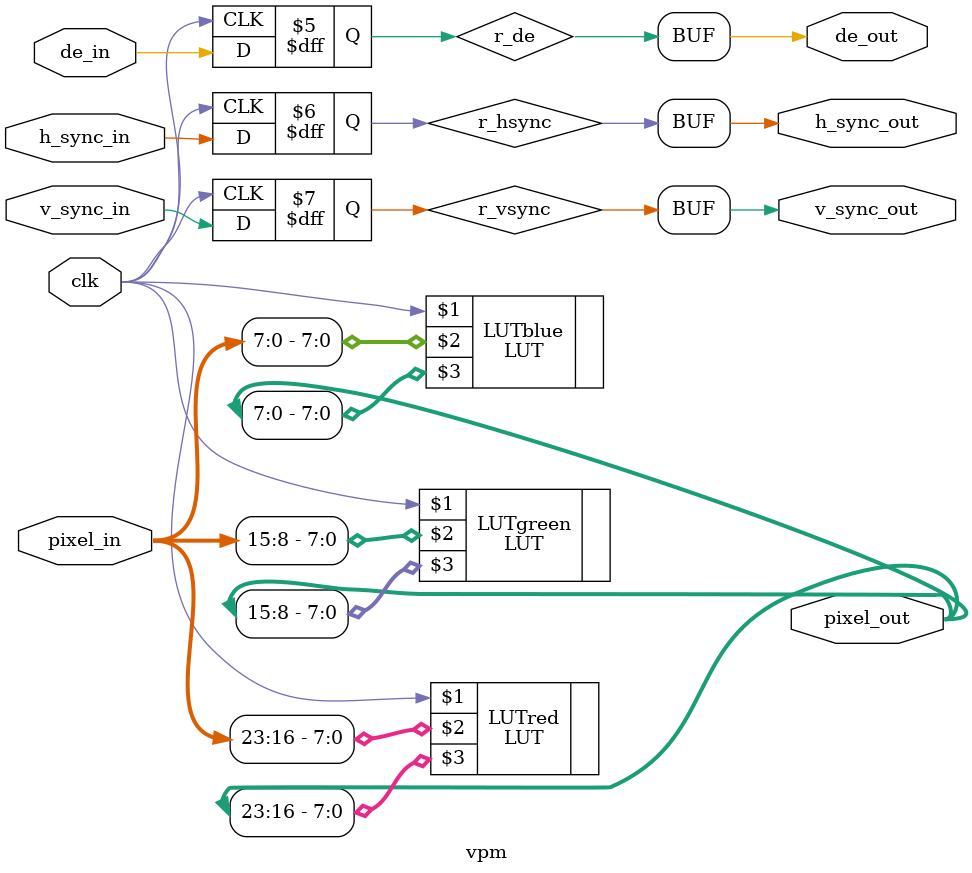
<source format=v>
`timescale 1ns / 1ps


module vpm(
    input clk,
    input de_in,
    input h_sync_in,
    input v_sync_in,
    input [23:0] pixel_in,
    output de_out,
    output h_sync_out,
    output v_sync_out,
    output [23:0] pixel_out
    );
    
    LUT LUTred (
    clk, 
    pixel_in[23:16], 
    pixel_out[23:16]
    );
    
    LUT LUTgreen (
    clk, 
    pixel_in[15:8], 
    pixel_out[15:8]
    );
    
    LUT LUTblue (
    clk, 
    pixel_in[7:0], 
    pixel_out[7:0]
    );
    
    reg r_de = 0;
    reg r_hsync = 0;
    reg r_vsync = 0;
    
    always @(posedge clk) begin
        r_de <= de_in;
        r_hsync <= h_sync_in;
        r_vsync <= v_sync_in;
    end
    
    assign de_out = r_de;
    assign h_sync_out = r_hsync;
    assign v_sync_out = r_vsync;
    
       
endmodule

</source>
